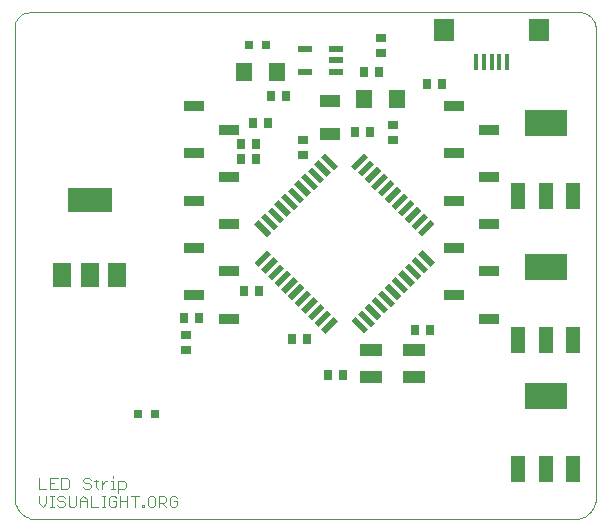
<source format=gtp>
G75*
G70*
%OFA0B0*%
%FSLAX24Y24*%
%IPPOS*%
%LPD*%
%AMOC8*
5,1,8,0,0,1.08239X$1,22.5*
%
%ADD10C,0.0000*%
%ADD11C,0.0030*%
%ADD12R,0.0276X0.0354*%
%ADD13R,0.0551X0.0630*%
%ADD14R,0.0354X0.0276*%
%ADD15R,0.0315X0.0315*%
%ADD16R,0.0591X0.0197*%
%ADD17R,0.0197X0.0591*%
%ADD18R,0.0748X0.0433*%
%ADD19R,0.0709X0.0394*%
%ADD20R,0.0472X0.0217*%
%ADD21R,0.0138X0.0551*%
%ADD22R,0.0709X0.0748*%
%ADD23R,0.0669X0.0335*%
%ADD24R,0.0480X0.0880*%
%ADD25R,0.1417X0.0866*%
%ADD26R,0.0591X0.0787*%
%ADD27R,0.1496X0.0787*%
D10*
X000963Y000480D02*
X018988Y000480D01*
X018988Y000481D02*
X019039Y000486D01*
X019089Y000495D01*
X019138Y000508D01*
X019187Y000524D01*
X019234Y000543D01*
X019279Y000566D01*
X019323Y000592D01*
X019365Y000621D01*
X019405Y000653D01*
X019442Y000687D01*
X019477Y000725D01*
X019509Y000764D01*
X019538Y000806D01*
X019564Y000850D01*
X019587Y000896D01*
X019607Y000943D01*
X019623Y000991D01*
X019635Y001040D01*
X019645Y001090D01*
X019650Y001141D01*
X019652Y001192D01*
X019650Y001243D01*
X019650Y016717D01*
X019656Y016764D01*
X019659Y016810D01*
X019658Y016857D01*
X019652Y016904D01*
X019643Y016950D01*
X019630Y016995D01*
X019614Y017039D01*
X019594Y017082D01*
X019570Y017122D01*
X019543Y017161D01*
X019513Y017197D01*
X019480Y017230D01*
X019445Y017261D01*
X019407Y017289D01*
X019367Y017313D01*
X019325Y017335D01*
X019282Y017352D01*
X019237Y017366D01*
X019191Y017376D01*
X000760Y017376D01*
X000718Y017374D01*
X000677Y017369D01*
X000636Y017360D01*
X000596Y017347D01*
X000557Y017331D01*
X000520Y017312D01*
X000485Y017289D01*
X000451Y017264D01*
X000421Y017235D01*
X000392Y017205D01*
X000367Y017171D01*
X000344Y017136D01*
X000325Y017099D01*
X000309Y017060D01*
X000296Y017020D01*
X000287Y016979D01*
X000282Y016938D01*
X000280Y016896D01*
X000280Y001263D01*
X000278Y001211D01*
X000280Y001158D01*
X000286Y001106D01*
X000295Y001054D01*
X000308Y001004D01*
X000325Y000954D01*
X000345Y000905D01*
X000369Y000859D01*
X000396Y000814D01*
X000426Y000771D01*
X000459Y000730D01*
X000495Y000692D01*
X000534Y000656D01*
X000574Y000623D01*
X000618Y000593D01*
X000663Y000567D01*
X000710Y000543D01*
X000758Y000524D01*
X000808Y000507D01*
X000859Y000494D01*
X000911Y000485D01*
X000963Y000480D01*
D11*
X001218Y000895D02*
X001342Y001018D01*
X001342Y001265D01*
X001463Y001265D02*
X001587Y001265D01*
X001525Y001265D02*
X001525Y000895D01*
X001463Y000895D02*
X001587Y000895D01*
X001709Y000957D02*
X001771Y000895D01*
X001894Y000895D01*
X001956Y000957D01*
X001956Y001018D01*
X001894Y001080D01*
X001771Y001080D01*
X001709Y001142D01*
X001709Y001204D01*
X001771Y001265D01*
X001894Y001265D01*
X001956Y001204D01*
X002077Y001265D02*
X002077Y000957D01*
X002139Y000895D01*
X002262Y000895D01*
X002324Y000957D01*
X002324Y001265D01*
X002445Y001142D02*
X002569Y001265D01*
X002692Y001142D01*
X002692Y000895D01*
X002814Y000895D02*
X003061Y000895D01*
X003182Y000895D02*
X003306Y000895D01*
X003244Y000895D02*
X003244Y001265D01*
X003182Y001265D02*
X003306Y001265D01*
X003428Y001204D02*
X003428Y000957D01*
X003489Y000895D01*
X003613Y000895D01*
X003675Y000957D01*
X003675Y001080D01*
X003551Y001080D01*
X003428Y001204D02*
X003489Y001265D01*
X003613Y001265D01*
X003675Y001204D01*
X003796Y001265D02*
X003796Y000895D01*
X003796Y001080D02*
X004043Y001080D01*
X004043Y001265D02*
X004043Y000895D01*
X004288Y000895D02*
X004288Y001265D01*
X004411Y001265D02*
X004164Y001265D01*
X003920Y001495D02*
X003735Y001495D01*
X003612Y001495D02*
X003489Y001495D01*
X003551Y001495D02*
X003551Y001742D01*
X003489Y001742D01*
X003367Y001742D02*
X003306Y001742D01*
X003182Y001618D01*
X003182Y001495D02*
X003182Y001742D01*
X003060Y001742D02*
X002937Y001742D01*
X002998Y001804D02*
X002998Y001557D01*
X003060Y001495D01*
X002815Y001557D02*
X002753Y001495D01*
X002630Y001495D01*
X002568Y001557D01*
X002630Y001680D02*
X002568Y001742D01*
X002568Y001804D01*
X002630Y001865D01*
X002753Y001865D01*
X002815Y001804D01*
X002753Y001680D02*
X002815Y001618D01*
X002815Y001557D01*
X002753Y001680D02*
X002630Y001680D01*
X002814Y001265D02*
X002814Y000895D01*
X002692Y001080D02*
X002445Y001080D01*
X002445Y001142D02*
X002445Y000895D01*
X002017Y001495D02*
X001832Y001495D01*
X001832Y001865D01*
X002017Y001865D01*
X002079Y001804D01*
X002079Y001557D01*
X002017Y001495D01*
X001710Y001495D02*
X001463Y001495D01*
X001463Y001865D01*
X001710Y001865D01*
X001587Y001680D02*
X001463Y001680D01*
X001342Y001495D02*
X001095Y001495D01*
X001095Y001865D01*
X001095Y001265D02*
X001095Y001018D01*
X001218Y000895D01*
X003551Y001865D02*
X003551Y001927D01*
X003735Y001742D02*
X003920Y001742D01*
X003981Y001680D01*
X003981Y001557D01*
X003920Y001495D01*
X003735Y001372D02*
X003735Y001742D01*
X004533Y000957D02*
X004594Y000957D01*
X004594Y000895D01*
X004533Y000895D01*
X004533Y000957D01*
X004717Y000957D02*
X004717Y001204D01*
X004778Y001265D01*
X004902Y001265D01*
X004964Y001204D01*
X004964Y000957D01*
X004902Y000895D01*
X004778Y000895D01*
X004717Y000957D01*
X005085Y001018D02*
X005270Y001018D01*
X005332Y001080D01*
X005332Y001204D01*
X005270Y001265D01*
X005085Y001265D01*
X005085Y000895D01*
X005209Y001018D02*
X005332Y000895D01*
X005453Y000957D02*
X005515Y000895D01*
X005639Y000895D01*
X005700Y000957D01*
X005700Y001080D01*
X005577Y001080D01*
X005700Y001204D02*
X005639Y001265D01*
X005515Y001265D01*
X005453Y001204D01*
X005453Y000957D01*
D12*
X010724Y005280D03*
X011236Y005280D03*
X010036Y006480D03*
X009524Y006480D03*
X008436Y008080D03*
X007924Y008080D03*
X006436Y007180D03*
X005924Y007180D03*
X007824Y012480D03*
X008336Y012480D03*
X008336Y012980D03*
X007824Y012980D03*
X008224Y013680D03*
X008736Y013680D03*
X008824Y014580D03*
X009336Y014580D03*
X011624Y013380D03*
X012136Y013380D03*
X014024Y014980D03*
X014536Y014980D03*
X012436Y015380D03*
X011924Y015380D03*
X013624Y006780D03*
X014136Y006780D03*
D13*
X013031Y014480D03*
X011929Y014480D03*
X009031Y015380D03*
X007929Y015380D03*
D14*
X009880Y013136D03*
X009880Y012624D03*
X012880Y013124D03*
X012880Y013636D03*
X012480Y016024D03*
X012480Y016536D03*
X005980Y006636D03*
X005980Y006124D03*
D15*
X004975Y003980D03*
X004385Y003980D03*
X008085Y016280D03*
X008675Y016280D03*
D16*
G36*
X010913Y012130D02*
X010496Y012545D01*
X010635Y012684D01*
X011052Y012269D01*
X010913Y012130D01*
G37*
G36*
X010691Y011907D02*
X010274Y012322D01*
X010413Y012461D01*
X010830Y012046D01*
X010691Y011907D01*
G37*
G36*
X010468Y011684D02*
X010051Y012099D01*
X010190Y012238D01*
X010607Y011823D01*
X010468Y011684D01*
G37*
G36*
X010246Y011461D02*
X009829Y011876D01*
X009968Y012015D01*
X010385Y011600D01*
X010246Y011461D01*
G37*
G36*
X010024Y011238D02*
X009607Y011653D01*
X009746Y011792D01*
X010163Y011377D01*
X010024Y011238D01*
G37*
G36*
X009802Y011015D02*
X009385Y011430D01*
X009524Y011569D01*
X009941Y011154D01*
X009802Y011015D01*
G37*
G36*
X009579Y010792D02*
X009162Y011207D01*
X009301Y011346D01*
X009718Y010931D01*
X009579Y010792D01*
G37*
G36*
X009357Y010569D02*
X008940Y010984D01*
X009079Y011123D01*
X009496Y010708D01*
X009357Y010569D01*
G37*
G36*
X009135Y010346D02*
X008718Y010761D01*
X008857Y010900D01*
X009274Y010485D01*
X009135Y010346D01*
G37*
G36*
X008912Y010122D02*
X008495Y010537D01*
X008634Y010676D01*
X009051Y010261D01*
X008912Y010122D01*
G37*
G36*
X008690Y009899D02*
X008273Y010314D01*
X008412Y010453D01*
X008829Y010038D01*
X008690Y009899D01*
G37*
G36*
X011925Y006676D02*
X011508Y007091D01*
X011647Y007230D01*
X012064Y006815D01*
X011925Y006676D01*
G37*
G36*
X012147Y006899D02*
X011730Y007314D01*
X011869Y007453D01*
X012286Y007038D01*
X012147Y006899D01*
G37*
G36*
X012370Y007122D02*
X011953Y007537D01*
X012092Y007676D01*
X012509Y007261D01*
X012370Y007122D01*
G37*
G36*
X012592Y007345D02*
X012175Y007760D01*
X012314Y007899D01*
X012731Y007484D01*
X012592Y007345D01*
G37*
G36*
X012814Y007568D02*
X012397Y007983D01*
X012536Y008122D01*
X012953Y007707D01*
X012814Y007568D01*
G37*
G36*
X013036Y007791D02*
X012619Y008206D01*
X012758Y008345D01*
X013175Y007930D01*
X013036Y007791D01*
G37*
G36*
X013259Y008014D02*
X012842Y008429D01*
X012981Y008568D01*
X013398Y008153D01*
X013259Y008014D01*
G37*
G36*
X013481Y008237D02*
X013064Y008652D01*
X013203Y008791D01*
X013620Y008376D01*
X013481Y008237D01*
G37*
G36*
X013703Y008460D02*
X013286Y008875D01*
X013425Y009014D01*
X013842Y008599D01*
X013703Y008460D01*
G37*
G36*
X013926Y008684D02*
X013509Y009099D01*
X013648Y009238D01*
X014065Y008823D01*
X013926Y008684D01*
G37*
G36*
X014148Y008907D02*
X013731Y009322D01*
X013870Y009461D01*
X014287Y009046D01*
X014148Y008907D01*
G37*
D17*
G36*
X013869Y009908D02*
X013730Y010047D01*
X014145Y010464D01*
X014284Y010325D01*
X013869Y009908D01*
G37*
G36*
X013646Y010130D02*
X013507Y010269D01*
X013922Y010686D01*
X014061Y010547D01*
X013646Y010130D01*
G37*
G36*
X013423Y010353D02*
X013284Y010492D01*
X013699Y010909D01*
X013838Y010770D01*
X013423Y010353D01*
G37*
G36*
X013200Y010575D02*
X013061Y010714D01*
X013476Y011131D01*
X013615Y010992D01*
X013200Y010575D01*
G37*
G36*
X012977Y010797D02*
X012838Y010936D01*
X013253Y011353D01*
X013392Y011214D01*
X012977Y010797D01*
G37*
G36*
X012754Y011019D02*
X012615Y011158D01*
X013030Y011575D01*
X013169Y011436D01*
X012754Y011019D01*
G37*
G36*
X012531Y011242D02*
X012392Y011381D01*
X012807Y011798D01*
X012946Y011659D01*
X012531Y011242D01*
G37*
G36*
X012308Y011464D02*
X012169Y011603D01*
X012584Y012020D01*
X012723Y011881D01*
X012308Y011464D01*
G37*
G36*
X012085Y011686D02*
X011946Y011825D01*
X012361Y012242D01*
X012500Y012103D01*
X012085Y011686D01*
G37*
G36*
X011861Y011909D02*
X011722Y012048D01*
X012137Y012465D01*
X012276Y012326D01*
X011861Y011909D01*
G37*
G36*
X011638Y012131D02*
X011499Y012270D01*
X011914Y012687D01*
X012053Y012548D01*
X011638Y012131D01*
G37*
G36*
X008415Y008896D02*
X008276Y009035D01*
X008691Y009452D01*
X008830Y009313D01*
X008415Y008896D01*
G37*
G36*
X008638Y008674D02*
X008499Y008813D01*
X008914Y009230D01*
X009053Y009091D01*
X008638Y008674D01*
G37*
G36*
X008861Y008451D02*
X008722Y008590D01*
X009137Y009007D01*
X009276Y008868D01*
X008861Y008451D01*
G37*
G36*
X009084Y008229D02*
X008945Y008368D01*
X009360Y008785D01*
X009499Y008646D01*
X009084Y008229D01*
G37*
G36*
X009307Y008007D02*
X009168Y008146D01*
X009583Y008563D01*
X009722Y008424D01*
X009307Y008007D01*
G37*
G36*
X009530Y007785D02*
X009391Y007924D01*
X009806Y008341D01*
X009945Y008202D01*
X009530Y007785D01*
G37*
G36*
X009753Y007562D02*
X009614Y007701D01*
X010029Y008118D01*
X010168Y007979D01*
X009753Y007562D01*
G37*
G36*
X009976Y007340D02*
X009837Y007479D01*
X010252Y007896D01*
X010391Y007757D01*
X009976Y007340D01*
G37*
G36*
X010199Y007118D02*
X010060Y007257D01*
X010475Y007674D01*
X010614Y007535D01*
X010199Y007118D01*
G37*
G36*
X010423Y006895D02*
X010284Y007034D01*
X010699Y007451D01*
X010838Y007312D01*
X010423Y006895D01*
G37*
G36*
X010646Y006673D02*
X010507Y006812D01*
X010922Y007229D01*
X011061Y007090D01*
X010646Y006673D01*
G37*
D18*
X012152Y006133D03*
X012152Y005227D03*
X013608Y005227D03*
X013608Y006133D03*
D19*
X010780Y013329D03*
X010780Y014431D03*
D20*
X010992Y015406D03*
X010992Y015780D03*
X010992Y016154D03*
X009968Y016154D03*
X009968Y015406D03*
D21*
X015668Y015737D03*
X015924Y015737D03*
X016180Y015737D03*
X016436Y015737D03*
X016692Y015737D03*
D22*
X017755Y016780D03*
X014605Y016780D03*
D23*
X014920Y014254D03*
X016101Y013467D03*
X014920Y012679D03*
X016101Y011892D03*
X014920Y011104D03*
X016101Y010317D03*
X014920Y009530D03*
X016101Y008742D03*
X014920Y007955D03*
X016101Y007167D03*
X007440Y007167D03*
X006259Y007955D03*
X007440Y008742D03*
X006259Y009530D03*
X007440Y010317D03*
X006259Y011104D03*
X007440Y011892D03*
X006259Y012679D03*
X007440Y013467D03*
X006259Y014254D03*
D24*
X017070Y011260D03*
X017980Y011260D03*
X018890Y011260D03*
X018890Y006460D03*
X017980Y006460D03*
X017070Y006460D03*
X017070Y002160D03*
X017980Y002160D03*
X018890Y002160D03*
D25*
X017980Y004600D03*
X017980Y008900D03*
X017980Y013700D03*
D26*
X003686Y008640D03*
X002780Y008640D03*
X001874Y008640D03*
D27*
X002780Y011120D03*
M02*

</source>
